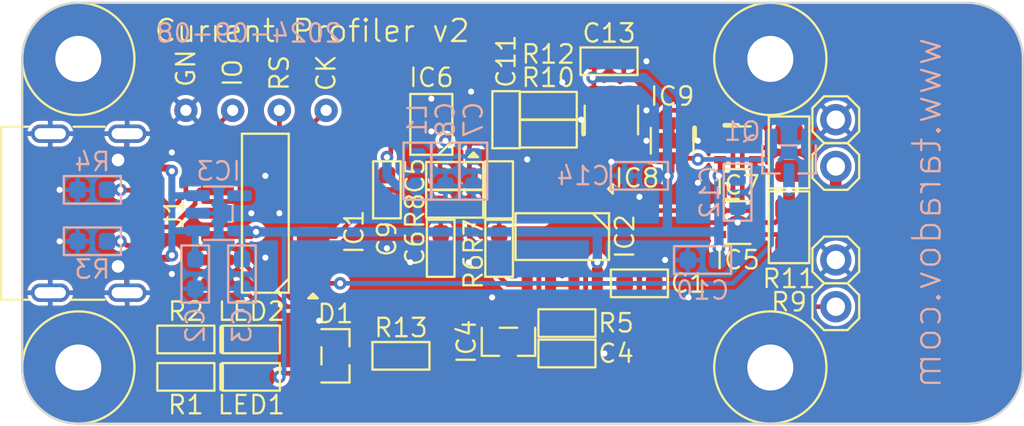
<source format=kicad_pcb>
(kicad_pcb (version 20240108) (generator "pcbnew") (generator_version "8.0")
  (title_block (date "2024-09-07"))
  (layers (0 "F.Cu" signal) (31 "B.Cu" signal) (34 "B.Paste" user) (35 "F.Paste" user) (36 "B.SilkS" user "B.Silkscreen") (37 "F.SilkS" user "F.Silkscreen") (38 "B.Mask" user) (39 "F.Mask" user) (44 "Edge.Cuts" user))
  (net 0 "")
  (net 1 "GND")
  (net 2 "/RESET")
  (net 3 "/SWCLK")
  (net 4 "/SWDIO")
  (net 5 "+3V3")
  (net 6 "Net-(J1-PadCC1)")
  (net 7 "Net-(J1-PadCC2)")
  (net 10 "VBUS")
  (net 11 "/USB_DP")
  (net 12 "/USB_DM")
  (net 13 "/VREF_2v5")
  (net 14 "/VMEAS")
  (net 15 "/VREF_0v25")
  (net 16 "/INP")
  (net 17 "/RANGE")
  (net 19 "/MID")
  (net 20 "/VMEAS_H")
  (net 21 "/VMEAS_L")
  (net 22 "/TRIG")
  (net 23 "/SCLK")
  (net 24 "/DOUT")
  (net 25 "/CONVST")
  (net 26 "/LED")
  (net 27 "Net-(LED1-K)")
  (net 28 "Net-(LED2-K)")
  (net 29 "/VREF_2v5_INT")
  (net 30 "/VMEAS_BUF")
  (net 31 "Net-(C6-Pad2)")
  (net 32 "Net-(IC6-AVDD)")
  (net 33 "Net-(IC6-IN+)")
  (net 34 "Net-(IC6-IN-)")
  (net 35 "Net-(IC2A-+)")
  (net 38 "Net-(J4-Pad1)")
  (footprint "ataradov_smd:0603" (layer "F.Cu") (at 51.943 53.213 -90)
    (property "Reference" "C6")
    (property "Value" "47uF")
  )
  (footprint "ataradov_ic:SO-8" (layer "F.Cu") (at 58.547 52.578 -90)
    (property "Reference" "IC2")
    (property "Value" "TLV9162")
  )
  (footprint "ataradov_smd:0603" (layer "F.Cu") (at 62.738 55.118)
    (property "Reference" "C1")
    (property "Value" "1uF")
  )
  (footprint "ataradov_misc:MH-2.5mm-4.0mm" (layer "F.Cu") (at 32.258 59.69)
    (property "Reference" "MH4" (hide yes))
    (property "Value" "~" (hide yes))
  )
  (footprint "ataradov_misc:TestPoint-1.27mm" (layer "F.Cu") (at 45.72 45.72 90)
    (property "Reference" "TP1" (hide yes))
    (property "Value" "CK")
  )
  (footprint "ataradov_misc:Logo-Small" (layer "F.Cu") (at 78.359 51.308)
    (property "Reference" "Logo1" (hide yes))
    (property "Value" "Logo" (hide yes))
  )
  (footprint "ataradov_ic:SOT-23-6" (layer "F.Cu") (at 61.214 46.228 90)
    (property "Reference" "IC8")
    (property "Value" "LMH6611")
  )
  (footprint "ataradov_smd:0603" (layer "F.Cu") (at 38.1 60.198 180)
    (property "Reference" "R1")
    (property "Value" "10K")
  )
  (footprint "ataradov_conn:Pin-2.54mm" (layer "F.Cu") (at 73.406 46.228)
    (property "Reference" "J3" (hide yes))
    (property "Value" "GND")
  )
  (footprint "ataradov_smd:0603" (layer "F.Cu") (at 55.118 50.038 90)
    (property "Reference" "R7")
    (property "Value" "1K")
  )
  (footprint "ataradov_smd:0603" (layer "F.Cu") (at 52.705 50.8 180)
    (property "Reference" "R8")
    (property "Value" "1")
  )
  (footprint "ataradov_smd:0603" (layer "F.Cu") (at 49.784 59.055)
    (property "Reference" "R13")
    (property "Value" "510")
  )
  (footprint "ataradov_ic:SOT-363(SC-70-6)" (layer "F.Cu") (at 64.516 47.371 -90)
    (property "Reference" "IC9")
    (property "Value" "NLASB3157")
  )
  (footprint "ataradov_misc:MH-2.5mm-4.0mm" (layer "F.Cu") (at 32.258 42.926)
    (property "Reference" "MH1" (hide yes))
    (property "Value" "~" (hide yes))
  )
  (footprint "ataradov_misc:TestPoint-1.27mm" (layer "F.Cu") (at 43.18 45.72 90)
    (property "Reference" "TP2" (hide yes))
    (property "Value" "RS")
  )
  (footprint "ataradov_misc:TestPoint-1.27mm" (layer "F.Cu") (at 40.64 45.72 90)
    (property "Reference" "TP3" (hide yes))
    (property "Value" "IO")
  )
  (footprint "ataradov_smd:0603" (layer "F.Cu") (at 52.705 49.276 180)
    (property "Reference" "C5")
    (property "Value" "1uF")
  )
  (footprint "ataradov_misc:MH-2.5mm-4.0mm" (layer "F.Cu") (at 69.85 59.69)
    (property "Reference" "MH3" (hide yes))
    (property "Value" "~" (hide yes))
  )
  (footprint "ataradov_conn:Pin-2.54mm" (layer "F.Cu") (at 73.406 56.388)
    (property "Reference" "J4" (hide yes))
    (property "Value" "TRIG")
  )
  (footprint "ataradov_smd:0603" (layer "F.Cu") (at 55.499 46.228 90)
    (property "Reference" "C11")
    (property "Value" "10nF")
  )
  (footprint "ataradov_ic:SOT-23" (layer "F.Cu") (at 46.228 59.055)
    (property "Reference" "D1")
    (property "Value" "BAT54S")
  )
  (footprint "ataradov_smd:0603" (layer "F.Cu") (at 49.022 50.038 -90)
    (property "Reference" "C9")
    (property "Value" "1uF")
  )
  (footprint "ataradov_smd:0603" (layer "F.Cu") (at 57.785 45.466)
    (property "Reference" "R12")
    (property "Value" "10")
  )
  (footprint "ataradov_smd:0603" (layer "F.Cu") (at 58.801 57.277 180)
    (property "Reference" "R5")
    (property "Value" "1K")
  )
  (footprint "ataradov_ic:SOT-23" (layer "F.Cu") (at 55.626 58.293 -90)
    (property "Reference" "IC4")
    (property "Value" "LM4040")
  )
  (footprint "ataradov_smd:0603" (layer "F.Cu") (at 61.087 43.053)
    (property "Reference" "C13")
    (property "Value" "1uF")
  )
  (footprint "ataradov_ic:SOT-363(SC-70-6)" (layer "F.Cu") (at 68.072 51.816)
    (property "Reference" "IC5")
    (property "Value" "INA185-Q1")
  )
  (footprint "ataradov_conn:Pin-2.54mm" (layer "F.Cu") (at 73.406 48.768)
    (property "Reference" "J2" (hide yes))
    (property "Value" "IN")
  )
  (footprint "ataradov_smd:0603" (layer "F.Cu") (at 38.1 58.166 180)
    (property "Reference" "R2")
    (property "Value" "10K")
  )
  (footprint "ataradov_misc:MH-2.5mm-4.0mm" (layer "F.Cu") (at 69.85 42.926)
    (property "Reference" "MH2" (hide yes))
    (property "Value" "~" (hide yes))
  )
  (footprint "ataradov_misc:TestPoint-1.27mm" (layer "F.Cu") (at 38.1 45.72 90)
    (property "Reference" "TP4" (hide yes))
    (property "Value" "GN")
  )
  (footprint "ataradov_smd:0603_LED" (layer "F.Cu") (at 41.656 60.198)
    (property "Reference" "LED1")
    (property "Value" "Green")
  )
  (footprint "ataradov_conn:Pin-2.54mm" (layer "F.Cu") (at 73.406 53.848)
    (property "Reference" "J5" (hide yes))
    (property "Value" "GND")
  )
  (footprint "ataradov_smd:0805" (layer "F.Cu") (at 70.866 52.07 -90)
    (property "Reference" "R9")
    (property "Value" "0.1")
  )
  (footprint "ataradov_smd:0603" (layer "F.Cu") (at 55.118 53.213 90)
    (property "Reference" "R6")
    (property "Value" "9.1K")
  )
  (footprint "ataradov_ic:SOIC-14" (layer "F.Cu") (at 42.418 51.308 180)
    (property "Reference" "IC1")
    (property "Value" "ATSAMD11C")
  )
  (footprint "ataradov_smd:0805" (layer "F.Cu") (at 70.866 48.006 -90)
    (property "Reference" "R11")
    (property "Value" "10")
  )
  (footprint "ataradov_ic:MSOP-10-0.5mm" (layer "F.Cu") (at 51.435 46.482 180)
    (property "Reference" "IC6")
    (property "Value" "ADS8864")
  )
  (footprint "ataradov_ic:SOT-363(SC-70-6)" (layer "F.Cu") (at 68.072 47.752)
    (property "Reference" "IC7")
    (property "Value" "INA185-Q1")
  )
  (footprint "ataradov_smd:0603_LED" (layer "F.Cu") (at 41.656 58.166)
    (property "Reference" "LED2")
    (property "Value" "Orange")
  )
  (footprint "ataradov_conn:USB-C" (layer "F.Cu") (at 30.734 51.308 -90)
    (property "Reference" "J1")
    (property "Value" "USB-C")
  )
  (footprint "ataradov_smd:0603" (layer "F.Cu") (at 58.801 58.928)
    (property "Reference" "C4")
    (property "Value" "1uF")
  )
  (footprint "ataradov_smd:0603" (layer "F.Cu") (at 57.785 46.99)
    (property "Reference" "R10")
    (property "Value" "10")
  )
  (footprint "ataradov_smd:0603" (layer "B.Cu") (at 52.197 49.022 -90)
    (property "Reference" "C8")
    (property "Value" "1uF")
  )
  (footprint "ataradov_smd:0603" (layer "B.Cu") (at 53.721 49.022 -90)
    (property "Reference" "C7")
    (property "Value" "100nF")
  )
  (footprint "ataradov_smd:0603" (layer "B.Cu") (at 38.608 54.61 -90)
    (property "Reference" "C2")
    (property "Value" "1uF")
  )
  (footprint "ataradov_smd:0603" (layer "B.Cu") (at 41.148 54.61 -90)
    (property "Reference" "C3")
    (property "Value" "1uF")
  )
  (footprint "ataradov_smd:0603" (layer "B.Cu") (at 50.673 49.022 90)
    (property "Reference" "L1")
    (property "Value" "470 Ohm @ 100 MHz")
  )
  (footprint "ataradov_smd:0603" (layer "B.Cu") (at 33.02 50.038 180)
    (property "Reference" "R4")
    (property "Value" "5.1K")
  )
  (footprint "ataradov_smd:0603" (layer "B.Cu") (at 68.072 50.165 -90)
    (property "Reference" "C12")
    (property "Value" "1uF")
  )
  (footprint "ataradov_ic:SOT-23-5" (layer "B.Cu") (at 39.878 51.308)
    (property "Reference" "IC3")
    (property "Value" "MIC5504-3.3")
  )
  (footprint "ataradov_smd:0603" (layer "B.Cu") (at 62.738 49.276 180)
    (property "Reference" "C14")
    (property "Value" "1uF")
  )
  (footprint "ataradov_ic:SOT-23" (layer "B.Cu") (at 70.866 48.387 -90)
    (property "Reference" "Q1")
    (property "Value" "NTR4503N")
  )
  (footprint "ataradov_smd:0603" (layer "B.Cu") (at 33.02 52.832 180)
    (property "Reference" "R3")
    (property "Value" "5.1K")
  )
  (footprint "ataradov_smd:0603" (layer "B.Cu") (at 66.167 53.848 180)
    (property "Reference" "C10")
    (property "Value" "1uF")
  )
  (gr_circle (center 69.85 42.926) (end 72.898 42.926) (stroke (width 0.127)) (fill none) (layer "F.SilkS"))
  (gr_circle (center 32.258 59.69) (end 35.306 59.69) (stroke (width 0.127)) (fill none) (layer "F.SilkS"))
  (gr_circle (center 69.85 59.69) (end 72.898 59.69) (stroke (width 0.127)) (fill none) (layer "F.SilkS"))
  (gr_circle (center 32.258 42.926) (end 35.306 42.926) (stroke (width 0.127)) (fill none) (layer "F.SilkS"))
  (gr_line (start 29.21 59.69) (end 29.21 42.926) (stroke (width 0.127)) (layer "Edge.Cuts"))
  (gr_line (start 83.566 42.926) (end 83.566 59.69) (stroke (width 0.127)) (layer "Edge.Cuts"))
  (gr_line (start 80.518 62.738) (end 32.258 62.738) (stroke (width 0.127)) (layer "Edge.Cuts"))
  (gr_line (start 32.258 39.878) (end 80.518 39.878) (stroke (width 0.127)) (layer "Edge.Cuts"))
  (gr_arc (start 32.258 62.738) (mid 30.102739 61.845261) (end 29.21 59.69) (stroke (width 0.127)) (layer "Edge.Cuts"))
  (gr_arc (start 83.566 59.69) (mid 82.673261 61.845261) (end 80.518 62.738) (stroke (width 0.127)) (layer "Edge.Cuts"))
  (gr_arc (start 80.518 39.878) (mid 82.673261 40.770739) (end 83.566 42.926) (stroke (width 0.127)) (layer "Edge.Cuts"))
  (gr_arc (start 29.21 42.926) (mid 30.102739 40.770739) (end 32.258 39.878) (stroke (width 0.127)) (layer "Edge.Cuts"))
  (gr_text "2024-09-08" (at 41.529 41.529 0) (layer "B.SilkS") (effects (font (size 1 1) (thickness 0.127)) (justify mirror)))
  (gr_text "www.taradov.com" (at 78.359 51.308 90) (layer "B.SilkS") (effects (font (size 1.5 1.5) (thickness 0.127)) (justify mirror)))
  (gr_text "Current Profiler v2" (at 44.958 41.402 0) (layer "F.SilkS") (effects (font (size 1.2 1.2) (thickness 0.127))))
  (segment (start 34.87525 47.82925) (end 35.104 48.058) (width 0.254) (layer "F.Cu") (net 1))
  (segment (start 35.104 48.058) (end 35.82625 48.058) (width 0.254) (layer "F.Cu") (net 1))
  (segment (start 34.87525 46.988) (end 34.87525 47.82925) (width 0.254) (layer "F.Cu") (net 1))
  (segment (start 34.87525 54.78675) (end 35.104 54.558) (width 0.254) (layer "F.Cu") (net 1))
  (segment (start 34.87525 55.628) (end 34.87525 54.78675) (width 0.254) (layer "F.Cu") (net 1))
  (segment (start 35.104 54.558) (end 35.82625 54.558) (width 0.254) (layer "F.Cu") (net 1))
  (via (at 51.435 46.863) (size 0.6858) (drill 0.3302) (layers "F.Cu" "B.Cu") (net 1))
  (via (at 68.072 51.816) (size 0.6858) (drill 0.3302) (layers "F.Cu" "B.Cu") (net 1))
  (via (at 56.642 48.387) (size 0.6858) (drill 0.3302) (layers "F.Cu" "B.Cu") (net 1))
  (via (at 45.339 57.15) (size 0.6858) (drill 0.3302) (layers "F.Cu" "B.Cu") (net 1))
  (via (at 64.135 53.848) (size 0.6858) (drill 0.3302) (layers "F.Cu" "B.Cu") (net 1))
  (via (at 37.338 48.006) (size 0.6858) (drill 0.3302) (layers "F.Cu" "B.Cu") (net 1))
  (via (at 31.242 50.038) (size 0.6858) (drill 0.3302) (layers "F.Cu" "B.Cu") (net 1))
  (via (at 51.435 45.085) (size 0.6858) (drill 0.3302) (layers "F.Cu" "B.Cu") (net 1))
  (via (at 58.547 44.196) (size 0.6858) (drill 0.3302) (layers "F.Cu" "B.Cu") (net 1))
  (via (at 60.833 58.928) (size 0.6858) (drill 0.3302) (layers "F.Cu" "B.Cu") (net 1))
  (via (at 63.119 45.72) (size 0.6858) (drill 0.3302) (layers "F.Cu" "B.Cu") (net 1))
  (via (at 63.119 47.371) (size 0.6858) (drill 0.3302) (layers "F.Cu" "B.Cu") (net 1))
  (via (at 42.418 49.276) (size 0.6858) (drill 0.3302) (layers "F.Cu" "B.Cu") (net 1))
  (via (at 65.913 47.371) (size 0.6858) (drill 0.3302) (layers "F.Cu" "B.Cu") (net 1))
  (via (at 50.292 53.975) (size 0.6858) (drill 0.3302) (layers "F.Cu" "B.Cu") (net 1))
  (via (at 65.405 55.88) (size 0.6858) (drill 0.3302) (layers "F.Cu" "B.Cu") (net 1))
  (via (at 31.242 52.832) (size 0.6858) (drill 0.3302) (layers "F.Cu" "B.Cu") (net 1))
  (via (at 43.18 51.308) (size 0.6858) (drill 0.3302) (layers "F.Cu" "B.Cu") (net 1))
  (via (at 63.119 43.053) (size 0.6858) (drill 0.3302) (layers "F.Cu" "B.Cu") (net 1))
  (via (at 59.563 46.228) (size 0.6858) (drill 0.3302) (layers "F.Cu" "B.Cu") (net 1))
  (via (at 61.214 48.514) (size 0.6858) (drill 0.3302) (layers "F.Cu" "B.Cu") (net 1))
  (via (at 53.594 44.704) (size 0.6858) (drill 0.3302) (layers "F.Cu" "B.Cu") (net 1))
  (via (at 62.738 50.419) (size 0.6858) (drill 0.3302) (layers "F.Cu" "B.Cu") (net 1))
  (via (at 49.022 53.213) (size 0.6858) (drill 0.3302) (layers "F.Cu" "B.Cu") (net 1))
  (via (at 37.338 54.61) (size 0.6858) (drill 0.3302) (layers "F.Cu" "B.Cu") (net 1))
  (via (at 53.467 53.975) (size 0.6858) (drill 0.3302) (layers "F.Cu" "B.Cu") (net 1))
  (via (at 54.737 55.88) (size 0.6858) (drill 0.3302) (layers "F.Cu" "B.Cu") (net 1))
  (via (at 41.656 51.308) (size 0.6858) (drill 0.3302) (layers "F.Cu" "B.Cu") (net 1))
  (via (at 65.913 49.657) (size 0.6858) (drill 0.3302) (layers "F.Cu" "B.Cu") (net 1))
  (via (at 42.418 53.721) (size 0.6858) (drill 0.3302) (layers "F.Cu" "B.Cu") (net 1))
  (segment (start 45.018 48.768) (end 43.9085 48.768) (width 0.254) (layer "F.Cu") (net 2))
  (segment (start 43.18 48.0395) (end 43.18 45.72) (width 0.254) (layer "F.Cu") (net 2))
  (segment (start 43.9085 48.768) (end 43.18 48.0395) (width 0.254) (layer "F.Cu") (net 2))
  (segment (start 45.018 46.422) (end 45.72 45.72) (width 0.254) (layer "F.Cu") (net 3))
  (segment (start 45.018 47.498) (end 45.018 46.422) (width 0.254) (layer "F.Cu") (net 3))
  (segment (start 39.818 46.542) (end 40.64 45.72) (width 0.254) (layer "F.Cu") (net 4))
  (segment (start 39.818 47.498) (end 39.818 46.542) (width 0.254) (layer "F.Cu") (net 4))
  (segment (start 49.022 49.238) (end 49.022 48.26) (width 0.254) (layer "F.Cu") (net 5))
  (segment (start 60.264 44.928) (end 60.264 44.008) (width 0.254) (layer "F.Cu") (net 5))
  (segment (start 64.516 49.022) (end 64.262 49.276) (width 0.254) (layer "F.Cu") (net 5))
  (segment (start 60.287 43.853) (end 60.287 43.053) (width 0.254) (layer "F.Cu") (net 5))
  (segment (start 60.452 57.023) (end 60.198 57.277) (width 0.254) (layer "F.Cu") (net 5))
  (segment (start 64.516 48.321) (end 64.516 49.022) (width 0.254) (layer "F.Cu") (net 5))
  (segment (start 60.198 43.942) (end 60.287 43.853) (width 0.254) (layer "F.Cu") (net 5))
  (segment (start 49.235 46.982) (end 49.235 47.482) (width 0.254) (layer "F.Cu") (net 5))
  (segment (start 49.235 48.047) (end 49.235 47.482) (width 0.254) (layer "F.Cu") (net 5))
  (segment (start 67.056 49.276) (end 67.122 49.21) (width 0.254) (layer "F.Cu") (net 5))
  (segment (start 60.264 44.928) (end 61.214 44.928) (width 0.254) (layer "F.Cu") (net 5))
  (segment (start 49.022 48.26) (end 49.235 48.047) (width 0.254) (layer "F.Cu") (net 5))
  (segment (start 41.91 52.324) (end 41.656 52.578) (width 0.254) (layer "F.Cu") (net 5))
  (segment (start 67.122 52.466) (end 67.122 53.147) (width 0.254) (layer "F.Cu") (net 5))
  (segment (start 60.452 55.178) (end 60.452 57.023) (width 0.254) (layer "F.Cu") (net 5))
  (segment (start 41.656 52.578) (end 39.818 52.578) (width 0.254) (layer "F.Cu") (net 5))
  (segment (start 61.938 55.118) (end 60.512 55.118) (width 0.254) (layer "F.Cu") (net 5))
  (segment (start 43.18 60.198) (end 43.373 60.005) (width 0.254) (layer "F.Cu") (net 5))
  (segment (start 60.512 55.118) (end 60.452 55.178) (width 0.254) (layer "F.Cu") (net 5))
  (segment (start 60.264 44.008) (end 60.198 43.942) (width 0.254) (layer "F.Cu") (net 5))
  (segment (start 67.122 53.147) (end 67.056 53.213) (width 0.254) (layer "F.Cu") (net 5))
  (segment (start 67.122 49.21) (end 67.122 48.402) (width 0.254) (layer "F.Cu") (net 5))
  (segment (start 60.198 57.277) (end 59.601 57.277) (width 0.254) (layer "F.Cu") (net 5))
  (segment (start 43.373 60.005) (end 45.2905 60.005) (width 0.254) (layer "F.Cu") (net 5))
  (via (at 49.022 48.26) (size 0.6858) (drill 0.3302) (layers "F.Cu" "B.Cu") (net 5))
  (via (at 67.056 49.276) (size 0.6858) (drill 0.3302) (layers "F.Cu" "B.Cu") (net 5))
  (via (at 41.91 52.324) (size 0.6858) (drill 0.3302) (layers "F.Cu" "B.Cu") (net 5))
  (via (at 60.452 53.975) (size 0.6858) (drill 0.3302) (layers "F.Cu" "B.Cu") (net 5))
  (via (at 60.198 43.942) (size 0.6858) (drill 0.3302) (layers "F.Cu" "B.Cu") (net 5))
  (via (at 43.18 60.198) (size 0.6858) (drill 0.3302) (layers "F.Cu" "B.Cu") (net 5))
  (via (at 64.262 49.276) (size 0.6858) (drill 0.3302) (layers "F.Cu" "B.Cu") (net 5))
  (via (at 67.056 53.213) (size 0.6858) (drill 0.3302) (layers "F.Cu" "B.Cu") (net 5))
  (segment (start 41.148 52.3905) (end 41.0155 52.258) (width 0.254) (layer "B.Cu") (net 5))
  (segment (start 43.434 52.324) (end 50.673 52.324) (width 0.508) (layer "B.Cu") (net 5))
  (segment (start 64.262 49.276) (end 64.262 52.324) (width 0.508) (layer "B.Cu") (net 5))
  (segment (start 67.056 49.276) (end 67.056 52.324) (width 0.508) (layer "B.Cu") (net 5))
  (segment (start 43.18 60.198) (end 43.434 59.944) (width 0.254) (layer "B.Cu") (net 5))
  (segment (start 50.673 49.822) (end 50.673 52.324) (width 0.508) (layer "B.Cu") (net 5))
  (segment (start 68.072 49.365) (end 67.145 49.365) (width 0.508) (layer "B.Cu") (net 5))
  (segment (start 50.673 49.822) (end 49.568 49.822) (width 0.508) (layer "B.Cu") (net 5))
  (segment (start 64.262 45.212) (end 62.992 43.942) (width 0.508) (layer "B.Cu") (net 5))
  (segment (start 50.673 52.324) (end 60.452 52.324) (width 0.508) (layer "B.Cu") (net 5))
  (segment (start 67.145 49.365) (end 67.056 49.276) (width 0.254) (layer "B.Cu") (net 5))
  (segment (start 41.148 53.81) (end 41.148 52.3905) (width 0.381) (layer "B.Cu") (net 5))
  (segment (start 62.992 43.942) (end 60.198 43.942) (width 0.508) (layer "B.Cu") (net 5))
  (segment (start 60.452 52.324) (end 64.262 52.324) (width 0.508) (layer "B.Cu") (net 5))
  (segment (start 49.022 49.276) (end 49.022 48.26) (width 0.508) (layer "B.Cu") (net 5))
  (segment (start 64.262 49.276) (end 64.262 45.212) (width 0.508) (layer "B.Cu") (net 5))
  (segment (start 64.262 52.324) (end 67.056 52.324) (width 0.508) (layer "B.Cu") (net 5))
  (segment (start 41.91 52.324) (end 43.434 52.324) (width 0.508) (layer "B.Cu") (net 5))
  (segment (start 67.056 52.324) (end 67.056 53.213) (width 0.508) (layer "B.Cu") (net 5))
  (segment (start 43.434 59.944) (end 43.434 52.324) (width 0.254) (layer "B.Cu") (net 5))
  (segment (start 49.568 49.822) (end 49.022 49.276) (width 0.508) (layer "B.Cu") (net 5))
  (segment (start 60.452 53.975) (end 60.452 52.324) (width 0.508) (layer "B.Cu") (net 5))
  (segment (start 35.82625 50.058) (end 34.564 50.058) (width 0.254) (layer "F.Cu") (net 6))
  (segment (start 34.564 50.058) (end 34.544 50.038) (width 0.254) (layer "F.Cu") (net 6))
  (via (at 34.544 50.038) (size 0.6858) (drill 0.3302) (layers "F.Cu" "B.Cu") (net 6))
  (segment (start 33.82 50.038) (end 34.544 50.038) (width 0.254) (layer "B.Cu") (net 6))
  (segment (start 34.88994 53.058) (end 35.82625 53.058) (width 0.254) (layer "F.Cu") (net 7))
  (segment (start 34.544 52.832) (end 34.66394 52.832) (width 0.254) (layer "F.Cu") (net 7))
  (segment (start 34.66394 52.832) (end 34.88994 53.058) (width 0.254) (layer "F.Cu") (net 7))
  (via (at 34.544 52.832) (size 0.6858) (drill 0.3302) (layers "F.Cu" "B.Cu") (net 7))
  (segment (start 33.82 52.832) (end 34.544 52.832) (width 0.254) (layer "B.Cu") (net 7))
  (segment (start 35.865 53.758) (end 37.174 53.758) (width 0.381) (layer "F.Cu") (net 10))
  (segment (start 35.865 48.858) (end 37.174 48.858) (width 0.381) (layer "F.Cu") (net 10))
  (segment (start 37.174 48.858) (end 37.338 49.022) (width 0.381) (layer "F.Cu") (net 10))
  (segment (start 37.174 53.758) (end 37.338 53.594) (width 0.381) (layer "F.Cu") (net 10))
  (via (at 37.338 53.594) (size 0.6858) (drill 0.3302) (layers "F.Cu" "B.Cu") (net 10))
  (via (at 37.338 49.022) (size 0.6858) (drill 0.3302) (layers "F.Cu" "B.Cu") (net 10))
  (segment (start 37.404 52.258) (end 37.338 52.324) (width 0.254) (layer "B.Cu") (net 10))
  (segment (start 38.608 53.81) (end 38.608 52.3905) (width 0.381) (layer "B.Cu") (net 10))
  (segment (start 37.338 52.324) (end 37.338 50.292) (width 0.381) (layer "B.Cu") (net 10))
  (segment (start 37.338 53.594) (end 37.338 52.324) (width 0.381) (layer "B.Cu") (net 10))
  (segment (start 38.608 52.3905) (end 38.7405 52.258) (width 0.254) (layer "B.Cu") (net 10))
  (segment (start 38.7405 50.358) (end 37.404 50.358) (width 0.381) (layer "B.Cu") (net 10))
  (segment (start 37.338 50.292) (end 37.338 49.022) (width 0.381) (layer "B.Cu") (net 10))
  (segment (start 37.404 50.358) (end 37.338 50.292) (width 0.254) (layer "B.Cu") (net 10))
  (segment (start 38.7405 52.258) (end 37.404 52.258) (width 0.381) (layer "B.Cu") (net 10))
  (segment (start 34.817228 52.058) (end 35.82625 52.058) (width 0.254) (layer "F.Cu") (net 11))
  (segment (start 35.82625 51.058) (end 34.817228 51.058) (width 0.254) (layer "F.Cu") (net 11))
  (segment (start 35.82625 52.058) (end 37.35 52.058) (width 0.254) (layer "F.Cu") (net 11))
  (segment (start 38.862 50.038) (end 39.818 50.038) (width 0.254) (layer "F.Cu") (net 11))
  (segment (start 37.35 52.058) (end 38.608 50.8) (width 0.254) (layer "F.Cu") (net 11))
  (segment (start 38.608 50.8) (end 38.608 50.292) (width 0.254) (layer "F.Cu") (net 11))
  (segment (start 34.817228 51.058) (end 34.544 51.331228) (width 0.254) (layer "F.Cu") (net 11))
  (segment (start 34.544 51.784772) (end 34.817228 52.058) (width 0.254) (layer "F.Cu") (net 11))
  (segment (start 34.544 51.331228) (end 34.544 51.784772) (width 0.254) (layer "F.Cu") (net 11))
  (segment (start 38.608 50.292) (end 38.862 50.038) (width 0.254) (layer "F.Cu") (net 11))
  (segment (start 37.299739 51.092261) (end 38.1 50.292) (width 0.254) (layer "F.Cu") (net 12))
  (segment (start 37.084 50.806728) (end 37.084 51.092261) (width 0.254) (layer "F.Cu") (net 12))
  (segment (start 38.1 49.53) (end 38.862 48.768) (width 0.254) (layer "F.Cu") (net 12))
  (segment (start 36.834 51.558) (end 37.084 51.308) (width 0.254) (layer "F.Cu") (net 12))
  (segment (start 37.084 51.308) (end 37.084 51.092261) (width 0.254) (layer "F.Cu") (net 12))
  (segment (start 35.82625 51.558) (end 36.834 51.558) (width 0.254) (layer "F.Cu") (net 12))
  (segment (start 37.084 51.092261) (end 37.299739 51.092261) (width 0.254) (layer "F.Cu") (net 12))
  (segment (start 38.862 48.768) (end 39.818 48.768) (width 0.254) (layer "F.Cu") (net 12))
  (segment (start 36.835272 50.558) (end 37.084 50.806728) (width 0.254) (layer "F.Cu") (net 12))
  (segment (start 35.82625 50.558) (end 36.835272 50.558) (width 0.254) (layer "F.Cu") (net 12))
  (segment (start 38.1 50.292) (end 38.1 49.53) (width 0.254) (layer "F.Cu") (net 12))
  (segment (start 57.277 53.213) (end 57.912 53.848) (width 0.254) (layer "F.Cu") (net 13))
  (segment (start 53.505 50.8) (end 53.505 52.616) (width 0.254) (layer "F.Cu") (net 13))
  (segment (start 53.505 47.612) (end 53.635 47.482) (width 0.254) (layer "F.Cu") (net 13))
  (segment (start 53.505 50.8) (end 53.505 49.276) (width 0.254) (layer "F.Cu") (net 13))
  (segment (start 53.505 52.616) (end 54.102 53.213) (width 0.254) (layer "F.Cu") (net 13))
  (segment (start 54.102 53.213) (end 57.277 53.213) (width 0.254) (layer "F.Cu") (net 13))
  (segment (start 59.182 55.178) (end 57.912 55.178) (width 0.254) (layer "F.Cu") (net 13))
  (segment (start 53.505 49.276) (end 53.505 47.612) (width 0.254) (layer "F.Cu") (net 13))
  (segment (start 57.912 53.848) (end 57.912 55.178) (width 0.254) (layer "F.Cu") (net 13))
  (segment (start 62.164 48.067) (end 62.164 47.528) (width 0.254) (layer "F.Cu") (net 14))
  (segment (start 63.866 48.321) (end 62.418 48.321) (width 0.254) (layer "F.Cu") (net 14))
  (segment (start 62.418 48.321) (end 62.164 48.067) (width 0.254) (layer "F.Cu") (net 14))
  (segment (start 67.122 51.166) (end 67.706 51.166) (width 0.254) (layer "F.Cu") (net 15))
  (segment (start 60.452 49.978) (end 61.154 49.978) (width 0.254) (layer "F.Cu") (net 15))
  (segment (start 61.154 49.978) (end 62.342 51.166) (width 0.254) (layer "F.Cu") (net 15))
  (segment (start 67.818 47.288) (end 67.632 47.102) (width 0.254) (layer "F.Cu") (net 15))
  (segment (start 62.342 51.166) (end 67.122 51.166) (width 0.254) (layer "F.Cu") (net 15))
  (segment (start 67.818 51.054) (end 67.818 47.288) (width 0.254) (layer "F.Cu") (net 15))
  (segment (start 67.632 47.102) (end 67.122 47.102) (width 0.254) (layer "F.Cu") (net 15))
  (segment (start 59.182 49.978) (end 60.452 49.978) (width 0.254) (layer "F.Cu") (net 15))
  (segment (start 67.706 51.166) (end 67.818 51.054) (width 0.254) (layer "F.Cu") (net 15))
  (segment (start 69.022 52.466) (end 70.262 52.466) (width 0.254) (layer "F.Cu") (net 16))
  (segment (start 70.866 53.07) (end 71.644 53.07) (width 0.635) (layer "F.Cu") (net 16))
  (segment (start 71.644 53.07) (end 73.406 51.308) (width 0.635) (layer "F.Cu") (net 16))
  (segment (start 73.406 51.308) (end 73.406 48.768) (width 0.635) (layer "F.Cu") (net 16))
  (segment (start 70.262 52.466) (end 70.866 53.07) (width 0.254) (layer "F.Cu") (net 16))
  (segment (start 45.018 55.118) (end 46.482 55.118) (width 0.254) (layer "F.Cu") (net 17))
  (segment (start 65.913 48.387) (end 65.847 48.321) (width 0.254) (layer "F.Cu") (net 17))
  (segment (start 65.847 48.321) (end 65.166 48.321) (width 0.254) (layer "F.Cu") (net 17))
  (via (at 46.482 55.118) (size 0.6858) (drill 0.3302) (layers "F.Cu" "B.Cu") (net 17))
  (via (at 65.913 48.387) (size 0.6858) (drill 0.3302) (layers "F.Cu" "B.Cu") (net 17))
  (segment (start 67.818 55.118) (end 46.482 55.118) (width 0.254) (layer "B.Cu") (net 17))
  (segment (start 65.913 48.387) (end 69.916 48.387) (width 0.254) (layer "B.Cu") (net 17))
  (segment (start 69.916 48.387) (end 69.916 47.4495) (width 0.254) (layer "B.Cu") (net 17))
  (segment (start 69.916 53.02) (end 67.818 55.118) (width 0.254) (layer "B.Cu") (net 17))
  (segment (start 69.916 48.387) (end 69.916 53.02) (width 0.254) (layer "B.Cu") (net 17))
  (segment (start 69.022 48.402) (end 69.022 48.702) (width 0.254) (layer "F.Cu") (net 19))
  (segment (start 69.326 49.006) (end 70.866 49.006) (width 0.254) (layer "F.Cu") (net 19))
  (segment (start 69.022 51.816) (end 70.12 51.816) (width 0.254) (layer "F.Cu") (net 19))
  (segment (start 70.866 51.07) (end 70.866 49.006) (width 0.635) (layer "F.Cu") (net 19))
  (segment (start 70.12 51.816) (end 70.866 51.07) (width 0.254) (layer "F.Cu") (net 19))
  (segment (start 69.022 48.702) (end 69.326 49.006) (width 0.254) (layer "F.Cu") (net 19))
  (via (at 70.866 50.038) (size 0.6858) (drill 0.3302) (layers "F.Cu" "B.Cu") (net 19))
  (segment (start 68.438 51.166) (end 68.326 51.054) (width 0.254) (layer "F.Cu") (net 20))
  (segment (start 67.757 46.421) (end 65.166 46.421) (width 0.254) (layer "F.Cu") (net 20))
  (segment (start 68.326 46.99) (end 67.757 46.421) (width 0.254) (layer "F.Cu") (net 20))
  (segment (start 68.326 51.054) (end 68.326 46.99) (width 0.254) (layer "F.Cu") (net 20))
  (segment (start 69.022 51.166) (end 68.438 51.166) (width 0.254) (layer "F.Cu") (net 20))
  (segment (start 63.866 45.989) (end 63.866 46.421) (width 0.254) (layer "F.Cu") (net 21))
  (segment (start 69.022 47.102) (end 69.022 46.797) (width 0.254) (layer "F.Cu") (net 21))
  (segment (start 64.135 45.72) (end 63.866 45.989) (width 0.254) (layer "F.Cu") (net 21))
  (segment (start 69.022 46.797) (end 67.945 45.72) (width 0.254) (layer "F.Cu") (net 21))
  (segment (start 67.945 45.72) (end 64.135 45.72) (width 0.254) (layer "F.Cu") (net 21))
  (segment (start 43.593 56.388) (end 46.101 56.388) (width 0.254) (layer "F.Cu") (net 22))
  (segment (start 48.984 59.055) (end 47.1655 59.055) (width 0.254) (layer "F.Cu") (net 22))
  (segment (start 39.818 53.848) (end 41.053 53.848) (width 0.254) (layer "F.Cu") (net 22))
  (segment (start 47.1655 57.4525) (end 47.1655 59.055) (width 0.254) (layer "F.Cu") (net 22))
  (segment (start 41.053 53.848) (end 43.593 56.388) (width 0.254) (layer "F.Cu") (net 22))
  (segment (start 46.101 56.388) (end 47.1655 57.4525) (width 0.254) (layer "F.Cu") (net 22))
  (segment (start 48.165921 46.482) (end 49.235 46.482) (width 0.254) (layer "F.Cu") (net 23))
  (segment (start 46.228 52.578) (end 47.625 51.181) (width 0.254) (layer "F.Cu") (net 23))
  (segment (start 45.018 52.578) (end 46.228 52.578) (width 0.254) (layer "F.Cu") (net 23))
  (segment (start 47.625 51.181) (end 47.625 47.022921) (width 0.254) (layer "F.Cu") (net 23))
  (segment (start 47.625 47.022921) (end 48.165921 46.482) (width 0.254) (layer "F.Cu") (net 23))
  (segment (start 46.228 51.308) (end 45.018 51.308) (width 0.254) (layer "F.Cu") (net 24))
  (segment (start 47.117 46.736) (end 47.117 50.419) (width 0.254) (layer "F.Cu") (net 24))
  (segment (start 47.871 45.982) (end 47.117 46.736) (width 0.254) (layer "F.Cu") (net 24))
  (segment (start 47.117 50.419) (end 46.228 51.308) (width 0.254) (layer "F.Cu") (net 24))
  (segment (start 49.235 45.982) (end 47.871 45.982) (width 0.254) (layer "F.Cu") (net 24))
  (segment (start 46.609 49.53) (end 46.609 46.482) (width 0.254) (layer "F.Cu") (net 25))
  (segment (start 46.609 46.482) (end 47.609 45.482) (width 0.254) (layer "F.Cu") (net 25))
  (segment (start 46.101 50.038) (end 46.609 49.53) (width 0.254) (layer "F.Cu") (net 25))
  (segment (start 47.609 45.482) (end 49.235 45.482) (width 0.254) (layer "F.Cu") (net 25))
  (segment (start 45.018 50.038) (end 46.101 50.038) (width 0.254) (layer "F.Cu") (net 25))
  (segment (start 42.456 56.68) (end 40.894 55.118) (width 0.254) (layer "F.Cu") (net 26))
  (segment (start 42.456 58.166) (end 42.456 56.68) (width 0.254) (layer "F.Cu") (net 26))
  (segment (start 40.894 55.118) (end 39.818 55.118) (width 0.254) (layer "F.Cu") (net 26))
  (segment (start 38.9 60.198) (end 40.856 60.198) (width 0.254) (layer "F.Cu") (net 27))
  (segment (start 38.9 58.166) (end 40.856 58.166) (width 0.254) (layer "F.Cu") (net 28))
  (segment (start 58.001 58.928) (end 58.001 57.277) (width 0.254) (layer "F.Cu") (net 29))
  (segment (start 55.559 55.178) (end 56.642 55.178) (width 0.254) (layer "F.Cu") (net 29))
  (segment (start 55.118 54.013) (end 55.118 54.737) (width 0.254) (layer "F.Cu") (net 29))
  (segment (start 58.001 57.277) (end 56.6545 57.277) (width 0.254) (layer "F.Cu") (net 29))
  (segment (start 56.6545 57.277) (end 56.576 57.3555) (width 0.254) (layer "F.Cu") (net 29))
  (segment (start 56.642 57.2895) (end 56.576 57.3555) (width 0.254) (layer "F.Cu") (net 29))
  (segment (start 55.118 54.737) (end 55.559 55.178) (width 0.254) (layer "F.Cu") (net 29))
  (segment (start 56.642 55.178) (end 56.642 57.2895) (width 0.254) (layer "F.Cu") (net 29))
  (segment (start 59.123 47.528) (end 58.585 46.99) (width 0.254) (layer "F.Cu") (net 30))
  (segment (start 62.164 45.786) (end 62.164 44.928) (width 0.254) (layer "F.Cu") (net 30))
  (segment (start 60.706 46.228) (end 61.722 46.228) (width 0.254) (layer "F.Cu") (net 30))
  (segment (start 61.722 46.228) (end 62.164 45.786) (width 0.254) (layer "F.Cu") (net 30))
  (segment (start 60.264 47.528) (end 59.123 47.528) (width 0.254) (layer "F.Cu") (net 30))
  (segment (start 60.264 46.67) (end 60.706 46.228) (width 0.254) (layer "F.Cu") (net 30))
  (segment (start 60.264 47.528) (end 60.264 46.67) (width 0.254) (layer "F.Cu") (net 30))
  (segment (start 51.943 50.838) (end 51.905 50.8) (width 0.254) (layer "F.Cu") (net 31))
  (segment (start 51.943 52.413) (end 51.943 50.838) (width 0.254) (layer "F.Cu") (net 31))
  (segment (start 52.197 47.371) (end 52.586 46.982) (width 0.254) (layer "F.Cu") (net 32))
  (segment (start 52.586 46.982) (end 53.635 46.982) (width 0.254) (layer "F.Cu") (net 32))
  (via (at 52.197 47.371) (size 0.6858) (drill 0.3302) (layers "F.Cu" "B.Cu") (net 32))
  (segment (start 52.197 48.222) (end 53.721 48.222) (width 0.254) (layer "B.Cu") (net 32))
  (segment (start 52.197 48.222) (end 52.197 47.371) (width 0.254) (layer "B.Cu") (net 32))
  (segment (start 50.673 48.222) (end 52.197 48.222) (width 0.254) (layer "B.Cu") (net 32))
  (segment (start 55.499 47.028) (end 55.537 46.99) (width 0.254) (layer "F.Cu") (net 33))
  (segment (start 53.635 46.482) (end 54.953 46.482) (width 0.254) (layer "F.Cu") (net 33))
  (segment (start 55.537 46.99) (end 56.985 46.99) (width 0.254) (layer "F.Cu") (net 33))
  (segment (start 54.953 46.482) (end 55.499 47.028) (width 0.254) (layer "F.Cu") (net 33))
  (segment (start 54.945 45.982) (end 55.499 45.428) (width 0.254) (layer "F.Cu") (net 34))
  (segment (start 53.635 45.982) (end 54.945 45.982) (width 0.254) (layer "F.Cu") (net 34))
  (segment (start 55.537 45.466) (end 56.985 45.466) (width 0.254) (layer "F.Cu") (net 34))
  (segment (start 55.499 45.428) (end 55.537 45.466) (width 0.254) (layer "F.Cu") (net 34))
  (segment (start 57.912 51.308) (end 57.531 51.689) (width 0.254) (layer "F.Cu") (net 35))
  (segment (start 55.118 52.413) (end 55.118 51.689) (width 0.254) (layer "F.Cu") (net 35))
  (segment (start 55.118 51.689) (end 55.118 50.838) (width 0.254) (layer "F.Cu") (net 35))
  (segment (start 57.531 51.689) (end 55.118 51.689) (width 0.254) (layer "F.Cu") (net 35))
  (segment (start 57.912 49.978) (end 57.912 51.308) (width 0.254) (layer "F.Cu") (net 35))
  (segment (start 63.627 60.706) (end 67.945 56.388) (width 0.254) (layer "F.Cu") (net 38))
  (segment (start 67.945 56.388) (end 73.406 56.388) (width 0.254) (layer "F.Cu") (net 38))
  (segment (start 53.213 60.706) (end 63.627 60.706) (width 0.254) (layer "F.Cu") (net 38))
  (segment (start 50.584 59.055) (end 51.562 59.055) (width 0.254) (layer "F.Cu") (net 38))
  (segment (start 51.562 59.055) (end 53.213 60.706) (width 0.254) (layer "F.Cu") (net 38))
  (zone (net 1) (net_name "GND") (layer "F.Cu") (connect_pads (clearance 0.2032)) (min_thickness 0.2032) (fill yes (thermal_gap 0.2032) (thermal_bridge_width 0.254))
    (polygon (pts (xy 83.566 62.738) (xy 29.21 62.738) (xy 29.21 39.878) (xy 83.566 39.878)))
  )
  (zone (net 1) (net_name "GND") (layer "B.Cu") (connect_pads (clearance 0.2032)) (min_thickness 0.2032) (fill yes (thermal_gap 0.2032) (thermal_bridge_width 0.254))
    (polygon (pts (xy 83.566 62.738) (xy 29.21 62.738) (xy 29.21 39.878) (xy 83.566 39.878)))
  )
)
</source>
